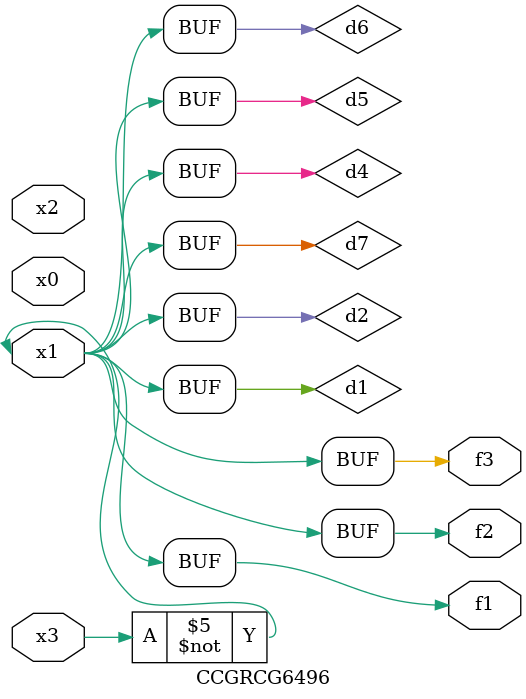
<source format=v>
module CCGRCG6496(
	input x0, x1, x2, x3,
	output f1, f2, f3
);

	wire d1, d2, d3, d4, d5, d6, d7;

	not (d1, x3);
	buf (d2, x1);
	xnor (d3, d1, d2);
	nor (d4, d1);
	buf (d5, d1, d2);
	buf (d6, d4, d5);
	nand (d7, d4);
	assign f1 = d6;
	assign f2 = d7;
	assign f3 = d6;
endmodule

</source>
